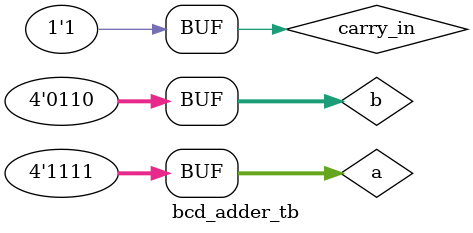
<source format=v>
module bcd_adder_tb;
  reg [3:0] a;
  reg [3:0] b;
  reg carry_in;
  wire [3:0] sum;
  wire carry;

  bcd_adder a1(
    .a(a), 
    .b(b), 
    .carry_in(carry_in), 
    .sum(sum), 
    .carry(carry)
  );

  initial begin
    #0 a = 4'b0011; b = 4'b0100; carry_in = 1'b0;
    #5 a = 4'b1110; b = 4'b0011; carry_in = 1'b0;
    #5 a = 4'b0111; b = 4'b0111; carry_in = 1'b1;
    #5 a = 4'b1001; b = 4'b0111; carry_in = 1'b1;
    #5 a = 4'b1101; b = 4'b0111; carry_in = 1'b1;
    #5 a = 4'b1111; b = 4'b0110; carry_in = 1'b1;
  end

  initial begin
    $monitor("a=%b, b=%b, carry_in=%b, sum=%b, carry=%b", a, b, carry_in, sum, carry);
  end
endmodule

</source>
